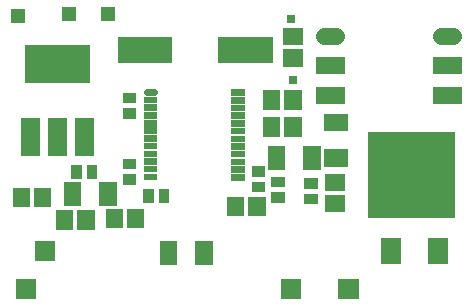
<source format=gbr>
G04 start of page 6 for group -4063 idx -4063 *
G04 Title: (unknown), componentmask *
G04 Creator: pcb 20110918 *
G04 CreationDate: mar 22 dic 2015 20:03:52 GMT UTC *
G04 For: paolo *
G04 Format: Gerber/RS-274X *
G04 PCB-Dimensions: 155000 102500 *
G04 PCB-Coordinate-Origin: lower left *
%MOIN*%
%FSLAX25Y25*%
%LNTOPMASK*%
%ADD193R,0.0260X0.0260*%
%ADD192R,0.2860X0.2860*%
%ADD191R,0.0560X0.0560*%
%ADD190C,0.0560*%
%ADD189R,0.0620X0.0620*%
%ADD188C,0.0220*%
%ADD187R,0.0860X0.0860*%
%ADD186R,0.1280X0.1280*%
%ADD185R,0.0460X0.0460*%
%ADD184R,0.0220X0.0220*%
%ADD183R,0.0660X0.0660*%
%ADD182R,0.0355X0.0355*%
%ADD181R,0.0572X0.0572*%
G54D181*X22595Y40181D02*Y37819D01*
X12543Y38393D02*Y37607D01*
X5457Y38393D02*Y37607D01*
G54D182*X23941Y46992D02*Y46008D01*
X41008Y49059D02*X41992D01*
X41008Y43941D02*X41992D01*
G54D181*X34405Y40181D02*Y37819D01*
G54D182*X29059Y46992D02*Y46008D01*
G54D181*X54595Y20681D02*Y18319D01*
G54D183*X13450Y20000D02*X13550D01*
X6950Y7500D02*X7050D01*
G54D181*X66405Y20681D02*Y18319D01*
X36457Y31393D02*Y30607D01*
X43543Y31393D02*Y30607D01*
X27043Y30893D02*Y30107D01*
X19957Y30893D02*Y30107D01*
G54D184*X47500Y49900D02*X49700D01*
X47500Y47400D02*X49700D01*
X47500Y44800D02*X49700D01*
G54D182*X47941Y38992D02*Y38008D01*
X53059Y38992D02*Y38008D01*
G54D185*X34450Y99000D02*X34550D01*
X4450Y98500D02*X4550D01*
X21450Y99000D02*X21550D01*
G54D186*X13000Y82500D02*X22000D01*
G54D187*X41900Y87000D02*X51500D01*
G54D182*X41008Y71059D02*X41992D01*
X41008Y65941D02*X41992D01*
G54D188*X47500Y73000D02*X49700D01*
G54D184*X47500Y70400D02*X49700D01*
X47500Y67900D02*X49700D01*
X47500Y65300D02*X49700D01*
X47500Y62700D02*X49700D01*
X47500Y60200D02*X49700D01*
X47500Y57600D02*X49700D01*
X47500Y55100D02*X49700D01*
X47500Y52500D02*X49700D01*
G54D189*X8500Y61400D02*Y54800D01*
X17500Y61400D02*Y54800D01*
X26600Y61400D02*Y54800D01*
G54D190*X145500Y91900D02*X149500D01*
G54D191*X145500Y81900D02*X149500D01*
X145500Y71900D02*X149500D01*
G54D182*X101508Y37441D02*X102492D01*
G54D181*X109607Y35957D02*X110393D01*
X109607Y43043D02*X110393D01*
G54D182*X101508Y42559D02*X102492D01*
G54D181*X102405Y52181D02*Y49819D01*
X109319Y51095D02*X111681D01*
G54D183*X95450Y7500D02*X95550D01*
X114500D02*X114600D01*
X128700Y21000D02*Y19000D01*
G54D192*X135400Y45500D02*X135600D01*
G54D183*X144300Y21000D02*Y19000D01*
G54D190*X106500Y91900D02*X110500D01*
G54D191*X106500Y81900D02*X110500D01*
X106500Y71900D02*X110500D01*
G54D181*X109319Y62905D02*X111681D01*
G54D193*X95450Y97500D02*X95550D01*
G54D181*X89000Y70893D02*Y70107D01*
X96086Y70893D02*Y70107D01*
X95607Y91543D02*X96393D01*
X95607Y84457D02*X96393D01*
G54D193*X95950Y77000D02*X96050D01*
G54D187*X75500Y87000D02*X85100D01*
G54D184*X76600Y62600D02*X78800D01*
X76600Y65200D02*X78800D01*
X76600Y67800D02*X78800D01*
X76600Y70300D02*X78800D01*
X76600Y72900D02*X78800D01*
G54D182*X90508Y37941D02*X91492D01*
X90508Y43059D02*X91492D01*
X84008Y41441D02*X84992D01*
X84008Y46559D02*X84992D01*
G54D181*X90595Y52181D02*Y49819D01*
X88957Y61893D02*Y61107D01*
X96043Y61893D02*Y61107D01*
X76957Y35393D02*Y34607D01*
X84043Y35393D02*Y34607D01*
G54D184*X76600Y44700D02*X78800D01*
X76600Y47300D02*X78800D01*
X76600Y49800D02*X78800D01*
X76600Y52400D02*X78800D01*
X76600Y55000D02*X78800D01*
X76600Y57500D02*X78800D01*
X76600Y60100D02*X78800D01*
M02*

</source>
